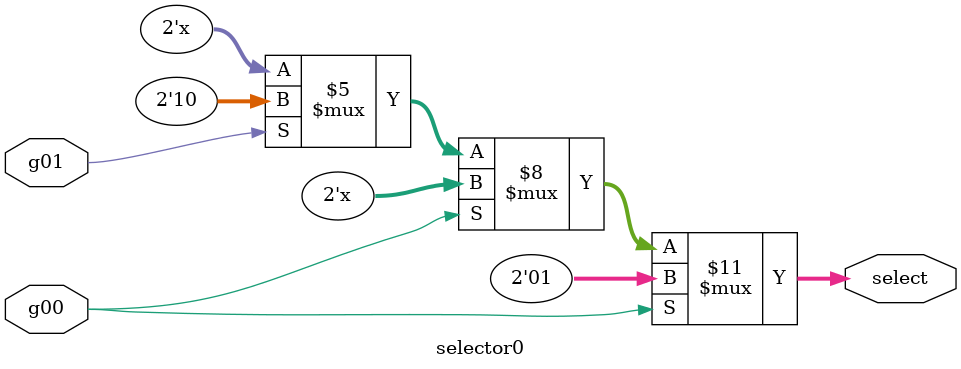
<source format=v>
`timescale 1ns / 1ps
module selector0( g00, g01, 
                // g10, g11, g12, g13, g14, 
					 // g20, g21, g22, g23, g24, 
					 // g30, g31, g32, g33, g34, 
					//  g40, g41, g42, g43, g44,
                  select					  
    );
input g00, g01;
//input clk, rst;
//input g10, g11, g12, g13, g14; 
//input g20, g21, g22, g23, g24; 
//input g30, g31, g32, g33, g34;
//input g40, g41, g42, g43, g44;
output reg[1:0] select;
always @ (g00 or g01)
begin
if(g00==1)
begin
select = 2'b01;
end
else if(g01==1)
begin
select = 2'b10;
end
else
begin
select = 2'bxx;
end

end	 
endmodule

</source>
